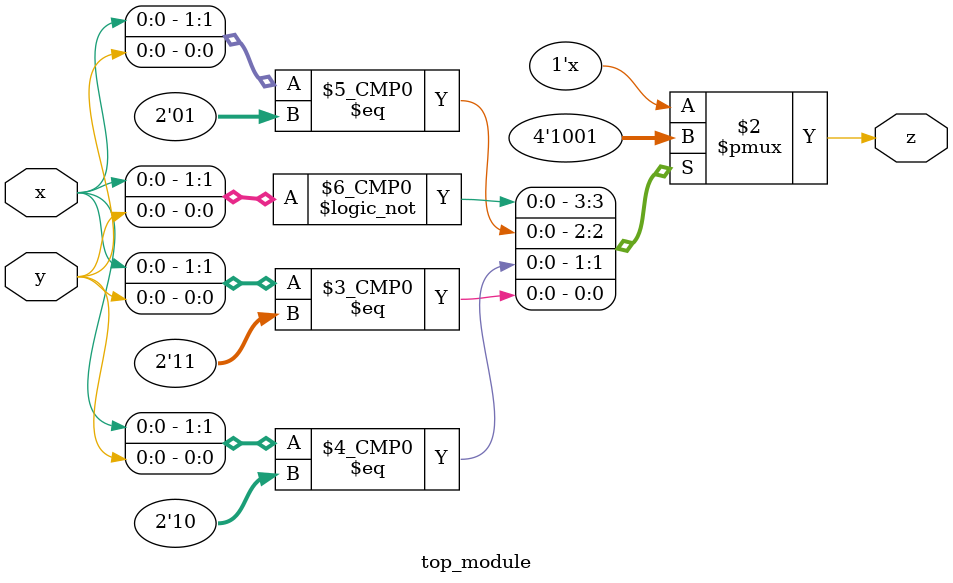
<source format=v>
module top_module ( input x, input y, output reg z );
    always @(*) begin
        case({x, y})
            2'b00 : z = 1'b1;
            2'b01 : z = 1'b0;
            2'b10 : z = 1'b0;
            2'b11 : z = 1'b1;
			default: z = 1'b0;
        endcase
    end
endmodule
</source>
